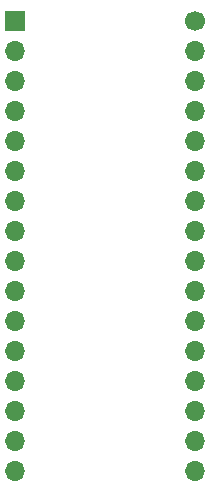
<source format=gbs>
G04 #@! TF.GenerationSoftware,KiCad,Pcbnew,8.0.0*
G04 #@! TF.CreationDate,2024-05-09T12:01:00+02:00*
G04 #@! TF.ProjectId,sst39sf040-m27c4001,73737433-3973-4663-9034-302d6d323763,rev?*
G04 #@! TF.SameCoordinates,Original*
G04 #@! TF.FileFunction,Soldermask,Bot*
G04 #@! TF.FilePolarity,Negative*
%FSLAX46Y46*%
G04 Gerber Fmt 4.6, Leading zero omitted, Abs format (unit mm)*
G04 Created by KiCad (PCBNEW 8.0.0) date 2024-05-09 12:01:00*
%MOMM*%
%LPD*%
G01*
G04 APERTURE LIST*
%ADD10O,1.700000X1.700000*%
%ADD11C,1.700000*%
%ADD12R,1.700000X1.700000*%
G04 APERTURE END LIST*
D10*
X140620000Y-98200000D03*
X140620000Y-95660000D03*
X140620000Y-93120000D03*
X140620000Y-90580000D03*
X140620000Y-88040000D03*
X140620000Y-85500000D03*
X140620000Y-82960000D03*
X140620000Y-80420000D03*
X140620000Y-77880000D03*
X140620000Y-75340000D03*
X140620000Y-72800000D03*
X140620000Y-70260000D03*
X140620000Y-67720000D03*
X140620000Y-65180000D03*
X140620000Y-62640000D03*
D11*
X140620000Y-60100000D03*
D10*
X125380000Y-98200000D03*
X125380000Y-95660000D03*
X125380000Y-93120000D03*
X125380000Y-90580000D03*
X125380000Y-88040000D03*
X125380000Y-85500000D03*
X125380000Y-82960000D03*
X125380000Y-80420000D03*
X125380000Y-77880000D03*
X125380000Y-75340000D03*
X125380000Y-72800000D03*
X125380000Y-70260000D03*
X125380000Y-67720000D03*
X125380000Y-65180000D03*
X125380000Y-62640000D03*
D12*
X125380000Y-60100000D03*
M02*

</source>
